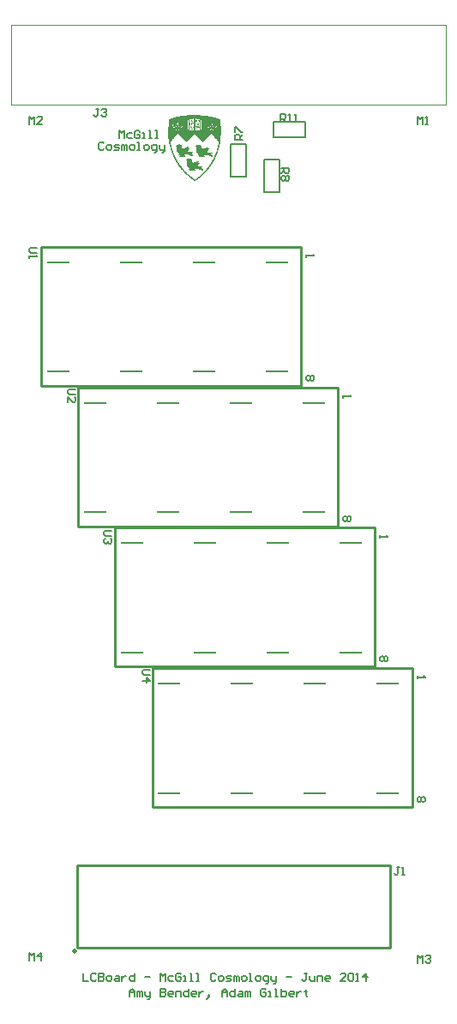
<source format=gto>
%FSLAX24Y24*%
%MOIN*%
G70*
G01*
G75*
G04 Layer_Color=65535*
%ADD10R,0.1000X0.0300*%
%ADD11R,0.0360X0.0320*%
%ADD12R,0.0320X0.0360*%
%ADD13R,0.0118X0.0669*%
%ADD14C,0.0400*%
%ADD15C,0.0060*%
%ADD16C,0.0300*%
%ADD17C,0.0600*%
%ADD18C,0.1260*%
%ADD19C,0.1500*%
%ADD20C,0.0200*%
%ADD21C,0.0550*%
%ADD22C,0.0700*%
%ADD23C,0.1361*%
G04:AMPARAMS|DCode=24|XSize=188.5mil|YSize=188.5mil|CornerRadius=0mil|HoleSize=0mil|Usage=FLASHONLY|Rotation=0.000|XOffset=0mil|YOffset=0mil|HoleType=Round|Shape=Relief|Width=10mil|Gap=10mil|Entries=4|*
%AMTHD24*
7,0,0,0.1885,0.1685,0.0100,45*
%
%ADD24THD24*%
%ADD25C,0.0500*%
%ADD26C,0.0200*%
%ADD27C,0.0197*%
%ADD28C,0.0100*%
%ADD29C,0.0010*%
%ADD30C,0.0080*%
%ADD31C,0.0039*%
%ADD32C,0.0050*%
%ADD33R,0.0900X0.0100*%
D15*
X-7900Y23750D02*
X-7950Y23800D01*
X-8050D01*
X-8100Y23750D01*
Y23550D01*
X-8050Y23500D01*
X-7950D01*
X-7900Y23550D01*
X-7750Y23500D02*
X-7650D01*
X-7600Y23550D01*
Y23650D01*
X-7650Y23700D01*
X-7750D01*
X-7800Y23650D01*
Y23550D01*
X-7750Y23500D01*
X-7500D02*
X-7350D01*
X-7300Y23550D01*
X-7350Y23600D01*
X-7450D01*
X-7500Y23650D01*
X-7450Y23700D01*
X-7300D01*
X-7200Y23500D02*
Y23700D01*
X-7150D01*
X-7100Y23650D01*
Y23500D01*
Y23650D01*
X-7050Y23700D01*
X-7000Y23650D01*
Y23500D01*
X-6850D02*
X-6750D01*
X-6700Y23550D01*
Y23650D01*
X-6750Y23700D01*
X-6850D01*
X-6900Y23650D01*
Y23550D01*
X-6850Y23500D01*
X-6600D02*
X-6501D01*
X-6550D01*
Y23800D01*
X-6600D01*
X-6301Y23500D02*
X-6201D01*
X-6151Y23550D01*
Y23650D01*
X-6201Y23700D01*
X-6301D01*
X-6351Y23650D01*
Y23550D01*
X-6301Y23500D01*
X-5951Y23400D02*
X-5901D01*
X-5851Y23450D01*
Y23700D01*
X-6001D01*
X-6051Y23650D01*
Y23550D01*
X-6001Y23500D01*
X-5851D01*
X-5751Y23700D02*
Y23550D01*
X-5701Y23500D01*
X-5551D01*
Y23450D01*
X-5601Y23400D01*
X-5651D01*
X-5551Y23500D02*
Y23700D01*
X-7300Y23950D02*
Y24250D01*
X-7200Y24150D01*
X-7100Y24250D01*
Y23950D01*
X-6800Y24150D02*
X-6950D01*
X-7000Y24100D01*
Y24000D01*
X-6950Y23950D01*
X-6800D01*
X-6500Y24200D02*
X-6550Y24250D01*
X-6650D01*
X-6700Y24200D01*
Y24000D01*
X-6650Y23950D01*
X-6550D01*
X-6500Y24000D01*
Y24100D01*
X-6600D01*
X-6400Y23950D02*
X-6300D01*
X-6350D01*
Y24150D01*
X-6400D01*
X-6150Y23950D02*
X-6050D01*
X-6100D01*
Y24250D01*
X-6150D01*
X-5900Y23950D02*
X-5800D01*
X-5850D01*
Y24250D01*
X-5900D01*
X-1043Y24600D02*
Y24900D01*
X-893D01*
X-843Y24850D01*
Y24750D01*
X-893Y24700D01*
X-1043D01*
X-943D02*
X-843Y24600D01*
X-743D02*
X-644D01*
X-693D01*
Y24900D01*
X-743Y24850D01*
X-494Y24600D02*
X-394D01*
X-444D01*
Y24900D01*
X-494Y24850D01*
X-2530Y23900D02*
X-2830D01*
Y24050D01*
X-2780Y24100D01*
X-2680D01*
X-2630Y24050D01*
Y23900D01*
Y24000D02*
X-2530Y24100D01*
X-2830Y24200D02*
Y24400D01*
X-2780D01*
X-2580Y24200D01*
X-2530D01*
X-1000Y22800D02*
X-700D01*
Y22650D01*
X-750Y22600D01*
X-850D01*
X-900Y22650D01*
Y22800D01*
Y22700D02*
X-1000Y22600D01*
X-750Y22500D02*
X-700Y22450D01*
Y22350D01*
X-750Y22300D01*
X-800D01*
X-850Y22350D01*
X-900Y22300D01*
X-950D01*
X-1000Y22350D01*
Y22450D01*
X-950Y22500D01*
X-900D01*
X-850Y22450D01*
X-800Y22500D01*
X-750D01*
X-850Y22450D02*
Y22350D01*
X-8100Y25100D02*
X-8200D01*
X-8150D01*
Y24850D01*
X-8200Y24800D01*
X-8250D01*
X-8300Y24850D01*
X-8000Y25050D02*
X-7950Y25100D01*
X-7850D01*
X-7800Y25050D01*
Y25000D01*
X-7850Y24950D01*
X-7900D01*
X-7850D01*
X-7800Y24900D01*
Y24850D01*
X-7850Y24800D01*
X-7950D01*
X-8000Y24850D01*
X3570Y-4370D02*
X3470D01*
X3520D01*
Y-4620D01*
X3470Y-4670D01*
X3420D01*
X3370Y-4620D01*
X3670Y-4670D02*
X3770D01*
X3720D01*
Y-4370D01*
X3670Y-4420D01*
X-10500Y19700D02*
X-10750D01*
X-10800Y19650D01*
Y19550D01*
X-10750Y19500D01*
X-10500D01*
X-10800Y19400D02*
Y19300D01*
Y19350D01*
X-10500D01*
X-10550Y19400D01*
X-6100Y3300D02*
X-6350D01*
X-6400Y3250D01*
Y3150D01*
X-6350Y3100D01*
X-6100D01*
X-6400Y2850D02*
X-6100D01*
X-6250Y3000D01*
Y2800D01*
X-9000Y14200D02*
X-9250D01*
X-9300Y14150D01*
Y14050D01*
X-9250Y14000D01*
X-9000D01*
X-9300Y13700D02*
Y13900D01*
X-9100Y13700D01*
X-9050D01*
X-9000Y13750D01*
Y13850D01*
X-9050Y13900D01*
X-7600Y8700D02*
X-7850D01*
X-7900Y8650D01*
Y8550D01*
X-7850Y8500D01*
X-7600D01*
X-7650Y8400D02*
X-7600Y8350D01*
Y8250D01*
X-7650Y8200D01*
X-7700D01*
X-7750Y8250D01*
Y8300D01*
Y8250D01*
X-7800Y8200D01*
X-7850D01*
X-7900Y8250D01*
Y8350D01*
X-7850Y8400D01*
X4300Y24500D02*
Y24800D01*
X4400Y24700D01*
X4500Y24800D01*
Y24500D01*
X4600D02*
X4700D01*
X4650D01*
Y24800D01*
X4600Y24750D01*
X-10800Y24500D02*
Y24800D01*
X-10700Y24700D01*
X-10600Y24800D01*
Y24500D01*
X-10300D02*
X-10500D01*
X-10300Y24700D01*
Y24750D01*
X-10350Y24800D01*
X-10450D01*
X-10500Y24750D01*
X4300Y-8100D02*
Y-7800D01*
X4400Y-7900D01*
X4500Y-7800D01*
Y-8100D01*
X4600Y-7850D02*
X4650Y-7800D01*
X4750D01*
X4800Y-7850D01*
Y-7900D01*
X4750Y-7950D01*
X4700D01*
X4750D01*
X4800Y-8000D01*
Y-8050D01*
X4750Y-8100D01*
X4650D01*
X4600Y-8050D01*
X-10800Y-8000D02*
Y-7700D01*
X-10700Y-7800D01*
X-10600Y-7700D01*
Y-8000D01*
X-10350D02*
Y-7700D01*
X-10500Y-7850D01*
X-10300D01*
X-8700Y-8500D02*
Y-8800D01*
X-8500D01*
X-8200Y-8550D02*
X-8250Y-8500D01*
X-8350D01*
X-8400Y-8550D01*
Y-8750D01*
X-8350Y-8800D01*
X-8250D01*
X-8200Y-8750D01*
X-8100Y-8500D02*
Y-8800D01*
X-7950D01*
X-7900Y-8750D01*
Y-8700D01*
X-7950Y-8650D01*
X-8100D01*
X-7950D01*
X-7900Y-8600D01*
Y-8550D01*
X-7950Y-8500D01*
X-8100D01*
X-7750Y-8800D02*
X-7650D01*
X-7600Y-8750D01*
Y-8650D01*
X-7650Y-8600D01*
X-7750D01*
X-7800Y-8650D01*
Y-8750D01*
X-7750Y-8800D01*
X-7450Y-8600D02*
X-7350D01*
X-7300Y-8650D01*
Y-8800D01*
X-7450D01*
X-7500Y-8750D01*
X-7450Y-8700D01*
X-7300D01*
X-7200Y-8600D02*
Y-8800D01*
Y-8700D01*
X-7150Y-8650D01*
X-7101Y-8600D01*
X-7051D01*
X-6701Y-8500D02*
Y-8800D01*
X-6851D01*
X-6901Y-8750D01*
Y-8650D01*
X-6851Y-8600D01*
X-6701D01*
X-6301Y-8650D02*
X-6101D01*
X-5701Y-8800D02*
Y-8500D01*
X-5601Y-8600D01*
X-5501Y-8500D01*
Y-8800D01*
X-5201Y-8600D02*
X-5351D01*
X-5401Y-8650D01*
Y-8750D01*
X-5351Y-8800D01*
X-5201D01*
X-4901Y-8550D02*
X-4951Y-8500D01*
X-5051D01*
X-5101Y-8550D01*
Y-8750D01*
X-5051Y-8800D01*
X-4951D01*
X-4901Y-8750D01*
Y-8650D01*
X-5001D01*
X-4801Y-8800D02*
X-4701D01*
X-4751D01*
Y-8600D01*
X-4801D01*
X-4551Y-8800D02*
X-4451D01*
X-4501D01*
Y-8500D01*
X-4551D01*
X-4301Y-8800D02*
X-4201D01*
X-4251D01*
Y-8500D01*
X-4301D01*
X-3552Y-8550D02*
X-3602Y-8500D01*
X-3702D01*
X-3752Y-8550D01*
Y-8750D01*
X-3702Y-8800D01*
X-3602D01*
X-3552Y-8750D01*
X-3402Y-8800D02*
X-3302D01*
X-3252Y-8750D01*
Y-8650D01*
X-3302Y-8600D01*
X-3402D01*
X-3452Y-8650D01*
Y-8750D01*
X-3402Y-8800D01*
X-3152D02*
X-3002D01*
X-2952Y-8750D01*
X-3002Y-8700D01*
X-3102D01*
X-3152Y-8650D01*
X-3102Y-8600D01*
X-2952D01*
X-2852Y-8800D02*
Y-8600D01*
X-2802D01*
X-2752Y-8650D01*
Y-8800D01*
Y-8650D01*
X-2702Y-8600D01*
X-2652Y-8650D01*
Y-8800D01*
X-2502D02*
X-2402D01*
X-2352Y-8750D01*
Y-8650D01*
X-2402Y-8600D01*
X-2502D01*
X-2552Y-8650D01*
Y-8750D01*
X-2502Y-8800D01*
X-2252D02*
X-2152D01*
X-2202D01*
Y-8500D01*
X-2252D01*
X-1952Y-8800D02*
X-1852D01*
X-1802Y-8750D01*
Y-8650D01*
X-1852Y-8600D01*
X-1952D01*
X-2002Y-8650D01*
Y-8750D01*
X-1952Y-8800D01*
X-1602Y-8900D02*
X-1552D01*
X-1502Y-8850D01*
Y-8600D01*
X-1652D01*
X-1702Y-8650D01*
Y-8750D01*
X-1652Y-8800D01*
X-1502D01*
X-1402Y-8600D02*
Y-8750D01*
X-1352Y-8800D01*
X-1202D01*
Y-8850D01*
X-1252Y-8900D01*
X-1302D01*
X-1202Y-8800D02*
Y-8600D01*
X-803Y-8650D02*
X-603D01*
X-3Y-8500D02*
X-103D01*
X-53D01*
Y-8750D01*
X-103Y-8800D01*
X-153D01*
X-203Y-8750D01*
X97Y-8600D02*
Y-8750D01*
X147Y-8800D01*
X297D01*
Y-8600D01*
X397Y-8800D02*
Y-8600D01*
X547D01*
X597Y-8650D01*
Y-8800D01*
X847D02*
X747D01*
X697Y-8750D01*
Y-8650D01*
X747Y-8600D01*
X847D01*
X897Y-8650D01*
Y-8700D01*
X697D01*
X1497Y-8800D02*
X1297D01*
X1497Y-8600D01*
Y-8550D01*
X1447Y-8500D01*
X1347D01*
X1297Y-8550D01*
X1597D02*
X1647Y-8500D01*
X1747D01*
X1797Y-8550D01*
Y-8750D01*
X1747Y-8800D01*
X1647D01*
X1597Y-8750D01*
Y-8550D01*
X1897Y-8800D02*
X1997D01*
X1947D01*
Y-8500D01*
X1897Y-8550D01*
X2296Y-8800D02*
Y-8500D01*
X2146Y-8650D01*
X2346D01*
X-6900Y-9400D02*
Y-9200D01*
X-6800Y-9100D01*
X-6700Y-9200D01*
Y-9400D01*
Y-9250D01*
X-6900D01*
X-6600Y-9400D02*
Y-9200D01*
X-6550D01*
X-6500Y-9250D01*
Y-9400D01*
Y-9250D01*
X-6450Y-9200D01*
X-6400Y-9250D01*
Y-9400D01*
X-6300Y-9200D02*
Y-9350D01*
X-6250Y-9400D01*
X-6100D01*
Y-9450D01*
X-6150Y-9500D01*
X-6200D01*
X-6100Y-9400D02*
Y-9200D01*
X-5700Y-9100D02*
Y-9400D01*
X-5550D01*
X-5500Y-9350D01*
Y-9300D01*
X-5550Y-9250D01*
X-5700D01*
X-5550D01*
X-5500Y-9200D01*
Y-9150D01*
X-5550Y-9100D01*
X-5700D01*
X-5251Y-9400D02*
X-5350D01*
X-5400Y-9350D01*
Y-9250D01*
X-5350Y-9200D01*
X-5251D01*
X-5201Y-9250D01*
Y-9300D01*
X-5400D01*
X-5101Y-9400D02*
Y-9200D01*
X-4951D01*
X-4901Y-9250D01*
Y-9400D01*
X-4601Y-9100D02*
Y-9400D01*
X-4751D01*
X-4801Y-9350D01*
Y-9250D01*
X-4751Y-9200D01*
X-4601D01*
X-4351Y-9400D02*
X-4451D01*
X-4501Y-9350D01*
Y-9250D01*
X-4451Y-9200D01*
X-4351D01*
X-4301Y-9250D01*
Y-9300D01*
X-4501D01*
X-4201Y-9200D02*
Y-9400D01*
Y-9300D01*
X-4151Y-9250D01*
X-4101Y-9200D01*
X-4051D01*
X-3851Y-9450D02*
X-3801Y-9400D01*
Y-9350D01*
X-3851D01*
Y-9400D01*
X-3801D01*
X-3851Y-9450D01*
X-3901Y-9500D01*
X-3301Y-9400D02*
Y-9200D01*
X-3201Y-9100D01*
X-3101Y-9200D01*
Y-9400D01*
Y-9250D01*
X-3301D01*
X-2801Y-9100D02*
Y-9400D01*
X-2951D01*
X-3001Y-9350D01*
Y-9250D01*
X-2951Y-9200D01*
X-2801D01*
X-2651D02*
X-2551D01*
X-2501Y-9250D01*
Y-9400D01*
X-2651D01*
X-2701Y-9350D01*
X-2651Y-9300D01*
X-2501D01*
X-2401Y-9400D02*
Y-9200D01*
X-2351D01*
X-2301Y-9250D01*
Y-9400D01*
Y-9250D01*
X-2252Y-9200D01*
X-2202Y-9250D01*
Y-9400D01*
X-1602Y-9150D02*
X-1652Y-9100D01*
X-1752D01*
X-1802Y-9150D01*
Y-9350D01*
X-1752Y-9400D01*
X-1652D01*
X-1602Y-9350D01*
Y-9250D01*
X-1702D01*
X-1502Y-9400D02*
X-1402D01*
X-1452D01*
Y-9200D01*
X-1502D01*
X-1252Y-9400D02*
X-1152D01*
X-1202D01*
Y-9100D01*
X-1252D01*
X-1002D02*
Y-9400D01*
X-852D01*
X-802Y-9350D01*
Y-9300D01*
Y-9250D01*
X-852Y-9200D01*
X-1002D01*
X-552Y-9400D02*
X-652D01*
X-702Y-9350D01*
Y-9250D01*
X-652Y-9200D01*
X-552D01*
X-502Y-9250D01*
Y-9300D01*
X-702D01*
X-402Y-9200D02*
Y-9400D01*
Y-9300D01*
X-352Y-9250D01*
X-302Y-9200D01*
X-252D01*
X-52Y-9150D02*
Y-9200D01*
X-102D01*
X-2D01*
X-52D01*
Y-9350D01*
X-2Y-9400D01*
D27*
X-9036Y-7645D02*
D03*
D28*
X2635Y3410D02*
Y8610D01*
X-7465Y3410D02*
X2635D01*
X-7465D02*
Y8810D01*
X2635D01*
Y8610D02*
Y8810D01*
X1194Y14070D02*
Y14270D01*
X-8906D02*
X1194D01*
X-8906Y8870D02*
Y14270D01*
Y8870D02*
X1194D01*
Y14070D01*
X4076Y-2050D02*
Y3150D01*
X-6024Y-2050D02*
X4076D01*
X-6024D02*
Y3350D01*
X4076D01*
Y3150D02*
Y3350D01*
X-247Y19530D02*
Y19730D01*
X-10347D02*
X-247D01*
X-10347Y14330D02*
Y19730D01*
Y14330D02*
X-247D01*
Y19530D01*
X3209Y-7527D02*
Y-4298D01*
X-8957Y-7527D02*
Y-4298D01*
Y-7527D02*
X3209D01*
X-8957Y-4298D02*
X3209D01*
D29*
X-4400Y22330D02*
X-4370D01*
X-4380Y22340D02*
X-4350D01*
X-4410D02*
X-4390D01*
X-4360Y22350D02*
X-4340D01*
X-4430D02*
X-4400D01*
X-4350Y22360D02*
X-4320D01*
X-4440D02*
X-4420D01*
X-4340Y22370D02*
X-4310D01*
X-4460D02*
X-4430D01*
X-4320Y22380D02*
X-4300D01*
X-4470D02*
X-4450D01*
X-4310Y22390D02*
X-4280D01*
X-4480D02*
X-4460D01*
X-4300Y22400D02*
X-4270D01*
X-4500D02*
X-4480D01*
X-4280Y22410D02*
X-4260D01*
X-4510D02*
X-4490D01*
X-4270Y22420D02*
X-4240D01*
X-4530D02*
X-4500D01*
X-4260Y22430D02*
X-4230D01*
X-4540D02*
X-4520D01*
X-4250Y22440D02*
X-4220D01*
X-4550D02*
X-4530D01*
X-4230Y22450D02*
X-4210D01*
X-4560D02*
X-4540D01*
X-4220Y22460D02*
X-4200D01*
X-4580D02*
X-4560D01*
X-4210Y22470D02*
X-4180D01*
X-4590D02*
X-4570D01*
X-4190Y22480D02*
X-4170D01*
X-4600D02*
X-4580D01*
X-4180Y22490D02*
X-4160D01*
X-4610D02*
X-4590D01*
X-4170Y22500D02*
X-4150D01*
X-4630D02*
X-4600D01*
X-4160Y22510D02*
X-4140D01*
X-4640D02*
X-4620D01*
X-4150Y22520D02*
X-4130D01*
X-4650D02*
X-4630D01*
X-4140Y22530D02*
X-4110D01*
X-4660D02*
X-4640D01*
X-4130Y22540D02*
X-4100D01*
X-4670D02*
X-4650D01*
X-4120Y22550D02*
X-4090D01*
X-4680D02*
X-4660D01*
X-4110Y22560D02*
X-4080D01*
X-4690D02*
X-4670D01*
X-4090Y22570D02*
X-4070D01*
X-4700D02*
X-4690D01*
X-4080Y22580D02*
X-4060D01*
X-4720D02*
X-4700D01*
X-4070Y22590D02*
X-4050D01*
X-4730D02*
X-4710D01*
X-4060Y22600D02*
X-4040D01*
X-4740D02*
X-4720D01*
X-4050Y22610D02*
X-4030D01*
X-4750D02*
X-4730D01*
X-4040Y22620D02*
X-4020D01*
X-4760D02*
X-4740D01*
X-4030Y22630D02*
X-4010D01*
X-4770D02*
X-4750D01*
X-4020Y22640D02*
X-4000D01*
X-4780D02*
X-4760D01*
X-4020Y22650D02*
X-3990D01*
X-4790D02*
X-4770D01*
X-4010Y22660D02*
X-3980D01*
X-4800D02*
X-4780D01*
X-4000Y22670D02*
X-3970D01*
X-4810D02*
X-4790D01*
X-3990Y22680D02*
X-3960D01*
X-4820D02*
X-4800D01*
X-3980Y22690D02*
X-3960D01*
X-4830D02*
X-4800D01*
X-3970Y22700D02*
X-3950D01*
X-4830D02*
X-4810D01*
X-3960Y22710D02*
X-3940D01*
X-4460D02*
X-4390D01*
X-4570D02*
X-4510D01*
X-4840D02*
X-4820D01*
X-3950Y22720D02*
X-3930D01*
X-4080D02*
X-4070D01*
X-4570D02*
X-4380D01*
X-4850D02*
X-4830D01*
X-3940Y22730D02*
X-3920D01*
X-4100D02*
X-4080D01*
X-4560D02*
X-4390D01*
X-4860D02*
X-4840D01*
X-3930Y22740D02*
X-3910D01*
X-4120D02*
X-4080D01*
X-4560D02*
X-4400D01*
X-4870D02*
X-4850D01*
X-3930Y22750D02*
X-3900D01*
X-4150D02*
X-4090D01*
X-4570D02*
X-4410D01*
X-4880D02*
X-4860D01*
X-3920Y22760D02*
X-3900D01*
X-4170D02*
X-4100D01*
X-4590D02*
X-4420D01*
X-4890D02*
X-4870D01*
X-3910Y22770D02*
X-3890D01*
X-4200D02*
X-4110D01*
X-4600D02*
X-4420D01*
X-4900D02*
X-4880D01*
X-3900Y22780D02*
X-3880D01*
X-4230D02*
X-4110D01*
X-4580D02*
X-4400D01*
X-4900D02*
X-4880D01*
X-3890Y22790D02*
X-3870D01*
X-4570D02*
X-4120D01*
X-4910D02*
X-4890D01*
X-3880Y22800D02*
X-3860D01*
X-4570D02*
X-4130D01*
X-4920D02*
X-4900D01*
X-3880Y22810D02*
X-3860D01*
X-4580D02*
X-4140D01*
X-4930D02*
X-4910D01*
X-3870Y22820D02*
X-3850D01*
X-4590D02*
X-4150D01*
X-4940D02*
X-4910D01*
X-3860Y22830D02*
X-3840D01*
X-4610D02*
X-4140D01*
X-4940D02*
X-4920D01*
X-3850Y22840D02*
X-3830D01*
X-4620D02*
X-4130D01*
X-4950D02*
X-4930D01*
X-3850Y22850D02*
X-3830D01*
X-4630D02*
X-4110D01*
X-4960D02*
X-4940D01*
X-3840Y22860D02*
X-3820D01*
X-4170D02*
X-4100D01*
X-4640D02*
X-4230D01*
X-4970D02*
X-4950D01*
X-3830Y22870D02*
X-3810D01*
X-4660D02*
X-4260D01*
X-4970D02*
X-4950D01*
X-3820Y22880D02*
X-3800D01*
X-4660D02*
X-4280D01*
X-4980D02*
X-4960D01*
X-3820Y22890D02*
X-3800D01*
X-4670D02*
X-4280D01*
X-4990D02*
X-4970D01*
X-3810Y22900D02*
X-3790D01*
X-4680D02*
X-4290D01*
X-5000D02*
X-4970D01*
X-3800Y22910D02*
X-3780D01*
X-4680D02*
X-4290D01*
X-5000D02*
X-4980D01*
X-3800Y22920D02*
X-3780D01*
X-4690D02*
X-4300D01*
X-5010D02*
X-4990D01*
X-3790Y22930D02*
X-3770D01*
X-4690D02*
X-4290D01*
X-5020D02*
X-5000D01*
X-3780Y22940D02*
X-3760D01*
X-4690D02*
X-4270D01*
X-5020D02*
X-5000D01*
X-3780Y22950D02*
X-3760D01*
X-4690D02*
X-4260D01*
X-5030D02*
X-5010D01*
X-3770Y22960D02*
X-3750D01*
X-4690D02*
X-4250D01*
X-5040D02*
X-5020D01*
X-3760Y22970D02*
X-3740D01*
X-4690D02*
X-4240D01*
X-5040D02*
X-5020D01*
X-3760Y22980D02*
X-3740D01*
X-4690D02*
X-4240D01*
X-5050D02*
X-5030D01*
X-3750Y22990D02*
X-3730D01*
X-4690D02*
X-4230D01*
X-5060D02*
X-5040D01*
X-3740Y23000D02*
X-3720D01*
X-4680D02*
X-4230D01*
X-5060D02*
X-5040D01*
X-3740Y23010D02*
X-3720D01*
X-4420D02*
X-4270D01*
X-4680D02*
X-4470D01*
X-5070D02*
X-5050D01*
X-3730Y23020D02*
X-3710D01*
X-4380D02*
X-4270D01*
X-4680D02*
X-4490D01*
X-5070D02*
X-5050D01*
X-3720Y23030D02*
X-3700D01*
X-4360D02*
X-4270D01*
X-4670D02*
X-4500D01*
X-5080D02*
X-5060D01*
X-3720Y23040D02*
X-3700D01*
X-4330D02*
X-4260D01*
X-4670D02*
X-4510D01*
X-5090D02*
X-5070D01*
X-3710Y23050D02*
X-3690D01*
X-4310D02*
X-4260D01*
X-4680D02*
X-4510D01*
X-5090D02*
X-5070D01*
X-3710Y23060D02*
X-3690D01*
X-4290D02*
X-4250D01*
X-4690D02*
X-4510D01*
X-5100D02*
X-5080D01*
X-3700Y23070D02*
X-3680D01*
X-4260D02*
X-4250D01*
X-4690D02*
X-4510D01*
X-5100D02*
X-5080D01*
X-3700Y23080D02*
X-3680D01*
X-4680D02*
X-4510D01*
X-5110D02*
X-5090D01*
X-3690Y23090D02*
X-3670D01*
X-4680D02*
X-4510D01*
X-5110D02*
X-5100D01*
X-3680Y23100D02*
X-3660D01*
X-4680D02*
X-4510D01*
X-5120D02*
X-5100D01*
X-3680Y23110D02*
X-3660D01*
X-4700D02*
X-4510D01*
X-5130D02*
X-5110D01*
X-3670Y23120D02*
X-3650D01*
X-4610D02*
X-4520D01*
X-4700D02*
X-4630D01*
X-5130D02*
X-5110D01*
X-3670Y23130D02*
X-3650D01*
X-4610D02*
X-4530D01*
X-4670D02*
X-4630D01*
X-5140D02*
X-5120D01*
X-3660Y23140D02*
X-3640D01*
X-4670D02*
X-4540D01*
X-5140D02*
X-5120D01*
X-3660Y23150D02*
X-3640D01*
X-4660D02*
X-4550D01*
X-5150D02*
X-5130D01*
X-3650Y23160D02*
X-3630D01*
X-4630D02*
X-4580D01*
X-5150D02*
X-5130D01*
X-3650Y23170D02*
X-3630D01*
X-5160D02*
X-5140D01*
X-3640Y23180D02*
X-3620D01*
X-5160D02*
X-5150D01*
X-3640Y23190D02*
X-3620D01*
X-5170D02*
X-5150D01*
X-3630Y23200D02*
X-3610D01*
X-5170D02*
X-5150D01*
X-3630Y23210D02*
X-3610D01*
X-5180D02*
X-5160D01*
X-3620Y23220D02*
X-3600D01*
X-5180D02*
X-5160D01*
X-3620Y23230D02*
X-3600D01*
X-5190D02*
X-5170D01*
X-3610Y23240D02*
X-3590D01*
X-4070D02*
X-4040D01*
X-4200D02*
X-4160D01*
X-5190D02*
X-5170D01*
X-3610Y23250D02*
X-3590D01*
X-4110D02*
X-4020D01*
X-4210D02*
X-4130D01*
X-5200D02*
X-5180D01*
X-3600Y23260D02*
X-3590D01*
X-3720D02*
X-3710D01*
X-4200D02*
X-4020D01*
X-4850D02*
X-4790D01*
X-4970D02*
X-4910D01*
X-5200D02*
X-5180D01*
X-3600Y23270D02*
X-3580D01*
X-3740D02*
X-3710D01*
X-4190D02*
X-4030D01*
X-4880D02*
X-4780D01*
X-4960D02*
X-4890D01*
X-5200D02*
X-5190D01*
X-3600Y23280D02*
X-3580D01*
X-3770D02*
X-3720D01*
X-4200D02*
X-4040D01*
X-4490D02*
X-4470D01*
X-4950D02*
X-4780D01*
X-5210D02*
X-5190D01*
X-3590Y23290D02*
X-3570D01*
X-3790D02*
X-3730D01*
X-4220D02*
X-4050D01*
X-4510D02*
X-4480D01*
X-4950D02*
X-4790D01*
X-5210D02*
X-5200D01*
X-3590Y23300D02*
X-3570D01*
X-3820D02*
X-3740D01*
X-4230D02*
X-4060D01*
X-4540D02*
X-4480D01*
X-4960D02*
X-4810D01*
X-5220D02*
X-5200D01*
X-3580Y23310D02*
X-3560D01*
X-3850D02*
X-3740D01*
X-4240D02*
X-4060D01*
X-4560D02*
X-4490D01*
X-4980D02*
X-4820D01*
X-5220D02*
X-5210D01*
X-3580Y23320D02*
X-3560D01*
X-3890D02*
X-3750D01*
X-4210D02*
X-4010D01*
X-4590D02*
X-4500D01*
X-5000D02*
X-4820D01*
X-5230D02*
X-5210D01*
X-3570Y23330D02*
X-3560D01*
X-4210D02*
X-3760D01*
X-4620D02*
X-4510D01*
X-4980D02*
X-4800D01*
X-5230D02*
X-5210D01*
X-3570Y23340D02*
X-3550D01*
X-4210D02*
X-3770D01*
X-4680D02*
X-4510D01*
X-4970D02*
X-4740D01*
X-5230D02*
X-5220D01*
X-3570Y23350D02*
X-3550D01*
X-4220D02*
X-3780D01*
X-4970D02*
X-4520D01*
X-5240D02*
X-5220D01*
X-3560Y23360D02*
X-3540D01*
X-4230D02*
X-3780D01*
X-4980D02*
X-4530D01*
X-5240D02*
X-5230D01*
X-3560Y23370D02*
X-3540D01*
X-4250D02*
X-3770D01*
X-4990D02*
X-4540D01*
X-5250D02*
X-5230D01*
X-3550Y23380D02*
X-3540D01*
X-4260D02*
X-3760D01*
X-5000D02*
X-4540D01*
X-5250D02*
X-5240D01*
X-3550Y23390D02*
X-3530D01*
X-4270D02*
X-3740D01*
X-5010D02*
X-4530D01*
X-5250D02*
X-5240D01*
X-3550Y23400D02*
X-3530D01*
X-3770D02*
X-3730D01*
X-4290D02*
X-3880D01*
X-5030D02*
X-4510D01*
X-5260D02*
X-5240D01*
X-3540Y23410D02*
X-3520D01*
X-4300D02*
X-3900D01*
X-5040D02*
X-4490D01*
X-5260D02*
X-5250D01*
X-3540Y23420D02*
X-3520D01*
X-4300D02*
X-3910D01*
X-4500D02*
X-4480D01*
X-5050D02*
X-4650D01*
X-5270D02*
X-5250D01*
X-3540Y23430D02*
X-3520D01*
X-4310D02*
X-3920D01*
X-5060D02*
X-4670D01*
X-5270D02*
X-5250D01*
X-3530Y23440D02*
X-3510D01*
X-4320D02*
X-3930D01*
X-5070D02*
X-4680D01*
X-5270D02*
X-5260D01*
X-3530Y23450D02*
X-3510D01*
X-4320D02*
X-3930D01*
X-5070D02*
X-4680D01*
X-5280D02*
X-5260D01*
X-3530Y23460D02*
X-3510D01*
X-4320D02*
X-3930D01*
X-5080D02*
X-4690D01*
X-5280D02*
X-5270D01*
X-3520Y23470D02*
X-3500D01*
X-4330D02*
X-3920D01*
X-5080D02*
X-4690D01*
X-5280D02*
X-5270D01*
X-3520Y23480D02*
X-3500D01*
X-4330D02*
X-3910D01*
X-5090D02*
X-4680D01*
X-5290D02*
X-5270D01*
X-3520Y23490D02*
X-3500D01*
X-4330D02*
X-3900D01*
X-5090D02*
X-4670D01*
X-5290D02*
X-5280D01*
X-3510Y23500D02*
X-3500D01*
X-4330D02*
X-3890D01*
X-5090D02*
X-4660D01*
X-5290D02*
X-5280D01*
X-3510Y23510D02*
X-3490D01*
X-4330D02*
X-3880D01*
X-5090D02*
X-4650D01*
X-5300D02*
X-5280D01*
X-3510Y23520D02*
X-3490D01*
X-4330D02*
X-3870D01*
X-5090D02*
X-4640D01*
X-5300D02*
X-5290D01*
X-3510Y23530D02*
X-3490D01*
X-4320D02*
X-3870D01*
X-5090D02*
X-4640D01*
X-5300D02*
X-5290D01*
X-3500Y23540D02*
X-3480D01*
X-4320D02*
X-3860D01*
X-5090D02*
X-4630D01*
X-5310D02*
X-5290D01*
X-3500Y23550D02*
X-3480D01*
X-4040D02*
X-3910D01*
X-4320D02*
X-4120D01*
X-5080D02*
X-4620D01*
X-5310D02*
X-5300D01*
X-3500Y23560D02*
X-3480D01*
X-4010D02*
X-3910D01*
X-4310D02*
X-4130D01*
X-4630D02*
X-4620D01*
X-4830D02*
X-4660D01*
X-5080D02*
X-4860D01*
X-5310D02*
X-5300D01*
X-3490Y23570D02*
X-3470D01*
X-3980D02*
X-3900D01*
X-4310D02*
X-4140D01*
X-4780D02*
X-4670D01*
X-5070D02*
X-4880D01*
X-5320D02*
X-5300D01*
X-3490Y23580D02*
X-3470D01*
X-3960D02*
X-3900D01*
X-4310D02*
X-4150D01*
X-4760D02*
X-4660D01*
X-5070D02*
X-4900D01*
X-5320D02*
X-5310D01*
X-3490Y23590D02*
X-3470D01*
X-3940D02*
X-3890D01*
X-4320D02*
X-4150D01*
X-4730D02*
X-4660D01*
X-5070D02*
X-4900D01*
X-5320D02*
X-5310D01*
X-3490Y23600D02*
X-3470D01*
X-3910D02*
X-3880D01*
X-4330D02*
X-4150D01*
X-4710D02*
X-4650D01*
X-5070D02*
X-4910D01*
X-5330D02*
X-5310D01*
X-3480Y23610D02*
X-3460D01*
X-4320D02*
X-4140D01*
X-4690D02*
X-4650D01*
X-5090D02*
X-4910D01*
X-5330D02*
X-5310D01*
X-3480Y23620D02*
X-3460D01*
X-4310D02*
X-4150D01*
X-4660D02*
X-4640D01*
X-5080D02*
X-4900D01*
X-5330D02*
X-5320D01*
X-3480Y23630D02*
X-3460D01*
X-4310D02*
X-4150D01*
X-5080D02*
X-4910D01*
X-5330D02*
X-5320D01*
X-3480Y23640D02*
X-3460D01*
X-4330D02*
X-4150D01*
X-5070D02*
X-4910D01*
X-5340D02*
X-5320D01*
X-3470Y23650D02*
X-3450D01*
X-4250D02*
X-4150D01*
X-4340D02*
X-4270D01*
X-5080D02*
X-4910D01*
X-5340D02*
X-5330D01*
X-3470Y23660D02*
X-3450D01*
X-4240D02*
X-4160D01*
X-4330D02*
X-4270D01*
X-5100D02*
X-4910D01*
X-5340D02*
X-5330D01*
X-3470Y23670D02*
X-3450D01*
X-4250D02*
X-4170D01*
X-4310D02*
X-4270D01*
X-5000D02*
X-4910D01*
X-5090D02*
X-5030D01*
X-5350D02*
X-5330D01*
X-3470Y23680D02*
X-3450D01*
X-4300D02*
X-4180D01*
X-5000D02*
X-4920D01*
X-5070D02*
X-5030D01*
X-5350D02*
X-5330D01*
X-3470Y23690D02*
X-3450D01*
X-4290D02*
X-4200D01*
X-5010D02*
X-4930D01*
X-5060D02*
X-5020D01*
X-5350D02*
X-5340D01*
X-3460Y23700D02*
X-3440D01*
X-5050D02*
X-4940D01*
X-5350D02*
X-5340D01*
X-3460Y23710D02*
X-3440D01*
X-5030D02*
X-4970D01*
X-5360D02*
X-5340D01*
X-3460Y23720D02*
X-3440D01*
X-5360D02*
X-5340D01*
X-3460Y23730D02*
X-3440D01*
X-5360D02*
X-5350D01*
X-3460Y23740D02*
X-3440D01*
X-5360D02*
X-5350D01*
X-3450Y23750D02*
X-3430D01*
X-5370D02*
X-5350D01*
X-3450Y23760D02*
X-3430D01*
X-5370D02*
X-5350D01*
X-3450Y23770D02*
X-3430D01*
X-5370D02*
X-5360D01*
X-3450Y23780D02*
X-3430D01*
X-5370D02*
X-5360D01*
X-3450Y23790D02*
X-3430D01*
X-5370D02*
X-5360D01*
X-3450Y23800D02*
X-3430D01*
X-5380D02*
X-5360D01*
X-3440Y23810D02*
X-3420D01*
X-5380D02*
X-5370D01*
X-3440Y23820D02*
X-3420D01*
X-5380D02*
X-5370D01*
X-3440Y23830D02*
X-3420D01*
X-4090D02*
X-4080D01*
X-5380D02*
X-5360D01*
X-3450Y23840D02*
X-3420D01*
X-4100D02*
X-4070D01*
X-4720D02*
X-4700D01*
X-5380D02*
X-5350D01*
X-3460Y23850D02*
X-3420D01*
X-4110D02*
X-4060D01*
X-4730D02*
X-4690D01*
X-5380D02*
X-5340D01*
X-3470Y23860D02*
X-3420D01*
X-4120D02*
X-4050D01*
X-4740D02*
X-4680D01*
X-5390D02*
X-5330D01*
X-3480Y23870D02*
X-3420D01*
X-4130D02*
X-4040D01*
X-4750D02*
X-4670D01*
X-5390D02*
X-5320D01*
X-3490Y23880D02*
X-3410D01*
X-4140D02*
X-4030D01*
X-4760D02*
X-4660D01*
X-5390D02*
X-5310D01*
X-3500Y23890D02*
X-3410D01*
X-4150D02*
X-4020D01*
X-4770D02*
X-4660D01*
X-5390D02*
X-5300D01*
X-3510Y23900D02*
X-3410D01*
X-4160D02*
X-4020D01*
X-4780D02*
X-4650D01*
X-5390D02*
X-5290D01*
X-3520Y23910D02*
X-3410D01*
X-4170D02*
X-4010D01*
X-4790D02*
X-4640D01*
X-5390D02*
X-5290D01*
X-3530Y23920D02*
X-3410D01*
X-4180D02*
X-4000D01*
X-4800D02*
X-4630D01*
X-5390D02*
X-5280D01*
X-3530Y23930D02*
X-3410D01*
X-4190D02*
X-3990D01*
X-4810D02*
X-4620D01*
X-5390D02*
X-5270D01*
X-3540Y23940D02*
X-3410D01*
X-4200D02*
X-3980D01*
X-4820D02*
X-4610D01*
X-5390D02*
X-5260D01*
X-3550Y23950D02*
X-3410D01*
X-4200D02*
X-3970D01*
X-4830D02*
X-4600D01*
X-5400D02*
X-5250D01*
X-3560Y23960D02*
X-3400D01*
X-4210D02*
X-3960D01*
X-4840D02*
X-4590D01*
X-5400D02*
X-5240D01*
X-3570Y23970D02*
X-3400D01*
X-4220D02*
X-3950D01*
X-4850D02*
X-4580D01*
X-5400D02*
X-5230D01*
X-3580Y23980D02*
X-3400D01*
X-4230D02*
X-3940D01*
X-4860D02*
X-4570D01*
X-5400D02*
X-5220D01*
X-3590Y23990D02*
X-3400D01*
X-4240D02*
X-3930D01*
X-4870D02*
X-4560D01*
X-5400D02*
X-5210D01*
X-3600Y24000D02*
X-3400D01*
X-4250D02*
X-3920D01*
X-4880D02*
X-4550D01*
X-5400D02*
X-5200D01*
X-3610Y24010D02*
X-3400D01*
X-4260D02*
X-3910D01*
X-4890D02*
X-4540D01*
X-5400D02*
X-5190D01*
X-3620Y24020D02*
X-3400D01*
X-4270D02*
X-3900D01*
X-4900D02*
X-4530D01*
X-5400D02*
X-5180D01*
X-3630Y24030D02*
X-3400D01*
X-4280D02*
X-3890D01*
X-4910D02*
X-4530D01*
X-5400D02*
X-5170D01*
X-3630Y24040D02*
X-3400D01*
X-4290D02*
X-3880D01*
X-4920D02*
X-4520D01*
X-5400D02*
X-5170D01*
X-3640Y24050D02*
X-3400D01*
X-4300D02*
X-3870D01*
X-4930D02*
X-4510D01*
X-5400D02*
X-5160D01*
X-3650Y24060D02*
X-3400D01*
X-4310D02*
X-3860D01*
X-4940D02*
X-4500D01*
X-5400D02*
X-5150D01*
X-3660Y24070D02*
X-3400D01*
X-4310D02*
X-3850D01*
X-4950D02*
X-4490D01*
X-5400D02*
X-5140D01*
X-3670Y24080D02*
X-3390D01*
X-4320D02*
X-3840D01*
X-4960D02*
X-4480D01*
X-5400D02*
X-5130D01*
X-3680Y24090D02*
X-3390D01*
X-4330D02*
X-3830D01*
X-4970D02*
X-4470D01*
X-5400D02*
X-5120D01*
X-3690Y24100D02*
X-3390D01*
X-4340D02*
X-3820D01*
X-4980D02*
X-4460D01*
X-5400D02*
X-5110D01*
X-3700Y24110D02*
X-3390D01*
X-4350D02*
X-3810D01*
X-4990D02*
X-4450D01*
X-5400D02*
X-5100D01*
X-3710Y24120D02*
X-3390D01*
X-4360D02*
X-3800D01*
X-5000D02*
X-4440D01*
X-5400D02*
X-5090D01*
X-3720Y24130D02*
X-3390D01*
X-4370D02*
X-3790D01*
X-5010D02*
X-4430D01*
X-5400D02*
X-5080D01*
X-3730Y24140D02*
X-3390D01*
X-4380D02*
X-3780D01*
X-5020D02*
X-4420D01*
X-5400D02*
X-5070D01*
X-3740Y24150D02*
X-3390D01*
X-4390D02*
X-3770D01*
X-5030D02*
X-4410D01*
X-5400D02*
X-5060D01*
X-3740Y24160D02*
X-3390D01*
X-4400D02*
X-3760D01*
X-5040D02*
X-4410D01*
X-5400D02*
X-5060D01*
X-5400Y24170D02*
X-3390D01*
X-5400Y24180D02*
X-3390D01*
X-5400Y24190D02*
X-3390D01*
X-5400Y24200D02*
X-3390D01*
X-5400Y24210D02*
X-3390D01*
X-5400Y24220D02*
X-3390D01*
X-5400Y24230D02*
X-3390D01*
X-5400Y24240D02*
X-3390D01*
X-5400Y24250D02*
X-3390D01*
X-3610Y24260D02*
X-3390D01*
X-4140D02*
X-3830D01*
X-4380D02*
X-4360D01*
X-4440D02*
X-4410D01*
X-4940D02*
X-4660D01*
X-5400D02*
X-5170D01*
X-3590Y24270D02*
X-3390D01*
X-4140D02*
X-3850D01*
X-4380D02*
X-4370D01*
X-4430D02*
X-4420D01*
X-4920D02*
X-4660D01*
X-5400D02*
X-5190D01*
X-3580Y24280D02*
X-3390D01*
X-3600D02*
X-3590D01*
X-4130D02*
X-3840D01*
X-4150D02*
X-4140D01*
X-4380D02*
X-4370D01*
X-4430D02*
X-4420D01*
X-4660D02*
X-4650D01*
X-4920D02*
X-4680D01*
X-5400D02*
X-5180D01*
X-3580Y24290D02*
X-3390D01*
X-3640D02*
X-3630D01*
X-3820D02*
X-3800D01*
X-4130D02*
X-3860D01*
X-4160D02*
X-4150D01*
X-4420D02*
X-4410D01*
X-4640D02*
X-4630D01*
X-4910D02*
X-4680D01*
X-4980D02*
X-4960D01*
X-5160D02*
X-5140D01*
X-5400D02*
X-5190D01*
X-3580Y24300D02*
X-3390D01*
X-3740D02*
X-3710D01*
X-4130D02*
X-3860D01*
X-4190D02*
X-4160D01*
X-4400D02*
X-4390D01*
X-4630D02*
X-4610D01*
X-4910D02*
X-4680D01*
X-5080D02*
X-5050D01*
X-5400D02*
X-5200D01*
X-3570Y24310D02*
X-3390D01*
X-3610D02*
X-3590D01*
X-3850D02*
X-3840D01*
X-4130D02*
X-3870D01*
X-4180D02*
X-4170D01*
X-4310D02*
X-4300D01*
X-4410D02*
X-4380D01*
X-4500D02*
X-4480D01*
X-4630D02*
X-4620D01*
X-4910D02*
X-4680D01*
X-4940D02*
X-4930D01*
X-5180D02*
X-5170D01*
X-5400D02*
X-5200D01*
X-3570Y24320D02*
X-3390D01*
X-3610D02*
X-3590D01*
X-3860D02*
X-3830D01*
X-4130D02*
X-3870D01*
X-4180D02*
X-4170D01*
X-4400D02*
X-4390D01*
X-4630D02*
X-4620D01*
X-4900D02*
X-4680D01*
X-4950D02*
X-4920D01*
X-5190D02*
X-5160D01*
X-5400D02*
X-5210D01*
X-3560Y24330D02*
X-3390D01*
X-3610D02*
X-3590D01*
X-3670D02*
X-3650D01*
X-3730D02*
X-3710D01*
X-3800D02*
X-3770D01*
X-3850D02*
X-3830D01*
X-4130D02*
X-3880D01*
X-4180D02*
X-4170D01*
X-4400D02*
X-4390D01*
X-4630D02*
X-4620D01*
X-4900D02*
X-4680D01*
X-4950D02*
X-4930D01*
X-5010D02*
X-4980D01*
X-5070D02*
X-5050D01*
X-5130D02*
X-5110D01*
X-5190D02*
X-5170D01*
X-5400D02*
X-5210D01*
X-3560Y24340D02*
X-3390D01*
X-3670D02*
X-3650D01*
X-3740D02*
X-3710D01*
X-3800D02*
X-3770D01*
X-4130D02*
X-3880D01*
X-4180D02*
X-4170D01*
X-4400D02*
X-4390D01*
X-4630D02*
X-4620D01*
X-4900D02*
X-4680D01*
X-5010D02*
X-4980D01*
X-5070D02*
X-5040D01*
X-5130D02*
X-5110D01*
X-5400D02*
X-5220D01*
X-3560Y24350D02*
X-3390D01*
X-3730D02*
X-3720D01*
X-4130D02*
X-3880D01*
X-4180D02*
X-4170D01*
X-4400D02*
X-4390D01*
X-4630D02*
X-4620D01*
X-4900D02*
X-4680D01*
X-5060D02*
X-5050D01*
X-5400D02*
X-5220D01*
X-3590Y24360D02*
X-3390D01*
X-4130D02*
X-3860D01*
X-4180D02*
X-4170D01*
X-4400D02*
X-4390D01*
X-4630D02*
X-4620D01*
X-4920D02*
X-4680D01*
X-5400D02*
X-5190D01*
X-3550Y24370D02*
X-3390D01*
X-3650D02*
X-3600D01*
X-3860D02*
X-3800D01*
X-4130D02*
X-3900D01*
X-4180D02*
X-4170D01*
X-4400D02*
X-4390D01*
X-4630D02*
X-4620D01*
X-4880D02*
X-4680D01*
X-4980D02*
X-4940D01*
X-5200D02*
X-5130D01*
X-5400D02*
X-5240D01*
X-3540Y24380D02*
X-3390D01*
X-3770D02*
X-3690D01*
X-4130D02*
X-3910D01*
X-4180D02*
X-4170D01*
X-4400D02*
X-4390D01*
X-4630D02*
X-4620D01*
X-4880D02*
X-4680D01*
X-5100D02*
X-5030D01*
X-5400D02*
X-5240D01*
X-3540Y24390D02*
X-3390D01*
X-4130D02*
X-3910D01*
X-4180D02*
X-4170D01*
X-4280D02*
X-4270D01*
X-4400D02*
X-4390D01*
X-4460D02*
X-4450D01*
X-4520D02*
X-4510D01*
X-4550D02*
X-4540D01*
X-4630D02*
X-4620D01*
X-4870D02*
X-4680D01*
X-5400D02*
X-5250D01*
X-3530Y24400D02*
X-3390D01*
X-3640D02*
X-3620D01*
X-3830D02*
X-3800D01*
X-4130D02*
X-3920D01*
X-4180D02*
X-4170D01*
X-4240D02*
X-4230D01*
X-4310D02*
X-4300D01*
X-4400D02*
X-4390D01*
X-4550D02*
X-4540D01*
X-4630D02*
X-4620D01*
X-4870D02*
X-4680D01*
X-4980D02*
X-4950D01*
X-5160D02*
X-5140D01*
X-5400D02*
X-5250D01*
X-3530Y24410D02*
X-3390D01*
X-3640D02*
X-3630D01*
X-3750D02*
X-3700D01*
X-3820D02*
X-3800D01*
X-4130D02*
X-3920D01*
X-4180D02*
X-4170D01*
X-4280D02*
X-4270D01*
X-4310D02*
X-4300D01*
X-4400D02*
X-4390D01*
X-4550D02*
X-4540D01*
X-4630D02*
X-4620D01*
X-4860D02*
X-4680D01*
X-4980D02*
X-4960D01*
X-5080D02*
X-5040D01*
X-5150D02*
X-5140D01*
X-5390D02*
X-5260D01*
X-3520Y24420D02*
X-3390D01*
X-3740D02*
X-3710D01*
X-4130D02*
X-3930D01*
X-4180D02*
X-4170D01*
X-4250D02*
X-4240D01*
X-4310D02*
X-4300D01*
X-4400D02*
X-4390D01*
X-4550D02*
X-4540D01*
X-4630D02*
X-4620D01*
X-4860D02*
X-4680D01*
X-5080D02*
X-5040D01*
X-5390D02*
X-5260D01*
X-3520Y24430D02*
X-3400D01*
X-3610D02*
X-3570D01*
X-3740D02*
X-3710D01*
X-3880D02*
X-3830D01*
X-4130D02*
X-3930D01*
X-4180D02*
X-4170D01*
X-4320D02*
X-4310D01*
X-4340D02*
X-4330D01*
X-4400D02*
X-4390D01*
X-4550D02*
X-4540D01*
X-4630D02*
X-4620D01*
X-4850D02*
X-4680D01*
X-4950D02*
X-4900D01*
X-5070D02*
X-5050D01*
X-5220D02*
X-5170D01*
X-5390D02*
X-5260D01*
X-3510Y24440D02*
X-3400D01*
X-3620D02*
X-3550D01*
X-3730D02*
X-3720D01*
X-3890D02*
X-3830D01*
X-4130D02*
X-3930D01*
X-4180D02*
X-4170D01*
X-4400D02*
X-4390D01*
X-4630D02*
X-4620D01*
X-4850D02*
X-4680D01*
X-4960D02*
X-4890D01*
X-5070D02*
X-5050D01*
X-5230D02*
X-5160D01*
X-5390D02*
X-5270D01*
X-3510Y24450D02*
X-3400D01*
X-3670D02*
X-3550D01*
X-3730D02*
X-3720D01*
X-3900D02*
X-3780D01*
X-4130D02*
X-3940D01*
X-4180D02*
X-4170D01*
X-4400D02*
X-4390D01*
X-4630D02*
X-4620D01*
X-4840D02*
X-4680D01*
X-5010D02*
X-4880D01*
X-5230D02*
X-5120D01*
X-5390D02*
X-5270D01*
X-3500Y24460D02*
X-3400D01*
X-3690D02*
X-3550D01*
X-3900D02*
X-3760D01*
X-4130D02*
X-3940D01*
X-4180D02*
X-4170D01*
X-4400D02*
X-4390D01*
X-4630D02*
X-4620D01*
X-4840D02*
X-4680D01*
X-5020D02*
X-4880D01*
X-5230D02*
X-5100D01*
X-5390D02*
X-5280D01*
X-3500Y24470D02*
X-3400D01*
X-3690D02*
X-3550D01*
X-3900D02*
X-3760D01*
X-4130D02*
X-3950D01*
X-4180D02*
X-4170D01*
X-4400D02*
X-4390D01*
X-4630D02*
X-4620D01*
X-4830D02*
X-4680D01*
X-5030D02*
X-4880D01*
X-5230D02*
X-5090D01*
X-5390D02*
X-5280D01*
X-3500Y24480D02*
X-3400D01*
X-3690D02*
X-3550D01*
X-3900D02*
X-3750D01*
X-4130D02*
X-3950D01*
X-4180D02*
X-4170D01*
X-4400D02*
X-4390D01*
X-4630D02*
X-4620D01*
X-4830D02*
X-4680D01*
X-5030D02*
X-4880D01*
X-5230D02*
X-5090D01*
X-5390D02*
X-5290D01*
X-3490Y24490D02*
X-3400D01*
X-3690D02*
X-3560D01*
X-3890D02*
X-3750D01*
X-4130D02*
X-3960D01*
X-4180D02*
X-4170D01*
X-4400D02*
X-4390D01*
X-4630D02*
X-4620D01*
X-4830D02*
X-4680D01*
X-5030D02*
X-4890D01*
X-5220D02*
X-5090D01*
X-5390D02*
X-5290D01*
X-3490Y24500D02*
X-3400D01*
X-3690D02*
X-3570D01*
X-3880D02*
X-3760D01*
X-4130D02*
X-3960D01*
X-4180D02*
X-4170D01*
X-4270D02*
X-4260D01*
X-4400D02*
X-4390D01*
X-4530D02*
X-4520D01*
X-4600D02*
X-4590D01*
X-4630D02*
X-4620D01*
X-4820D02*
X-4680D01*
X-4870D02*
X-4860D01*
X-5020D02*
X-4900D01*
X-5220D02*
X-5090D01*
X-5390D02*
X-5300D01*
X-3480Y24510D02*
X-3400D01*
X-3540D02*
X-3510D01*
X-3680D02*
X-3580D01*
X-3870D02*
X-3760D01*
X-3930D02*
X-3910D01*
X-4130D02*
X-3970D01*
X-4180D02*
X-4170D01*
X-4270D02*
X-4260D01*
X-4400D02*
X-4390D01*
X-4510D02*
X-4500D01*
X-4600D02*
X-4590D01*
X-4630D02*
X-4620D01*
X-4820D02*
X-4680D01*
X-4880D02*
X-4850D01*
X-5020D02*
X-4910D01*
X-5210D02*
X-5100D01*
X-5270D02*
X-5240D01*
X-5390D02*
X-5300D01*
X-3670Y24520D02*
X-3400D01*
X-3880D02*
X-3770D01*
X-3950D02*
X-3890D01*
X-4130D02*
X-3970D01*
X-4180D02*
X-4170D01*
X-4270D02*
X-4260D01*
X-4400D02*
X-4390D01*
X-4600D02*
X-4590D01*
X-4630D02*
X-4620D01*
X-5010D02*
X-4680D01*
X-5210D02*
X-5110D01*
X-5280D02*
X-5230D01*
X-5390D02*
X-5300D01*
X-3660Y24530D02*
X-3400D01*
X-4130D02*
X-3780D01*
X-4180D02*
X-4170D01*
X-4270D02*
X-4260D01*
X-4400D02*
X-4390D01*
X-4600D02*
X-4590D01*
X-4630D02*
X-4620D01*
X-5000D02*
X-4680D01*
X-5390D02*
X-5120D01*
X-3700Y24540D02*
X-3400D01*
X-4130D02*
X-3750D01*
X-4180D02*
X-4170D01*
X-4400D02*
X-4390D01*
X-4510D02*
X-4500D01*
X-4580D02*
X-4570D01*
X-4600D02*
X-4590D01*
X-4630D02*
X-4620D01*
X-5030D02*
X-4680D01*
X-5390D02*
X-5090D01*
X-3700Y24550D02*
X-3400D01*
X-4130D02*
X-3750D01*
X-4180D02*
X-4170D01*
X-4400D02*
X-4390D01*
X-4450D02*
X-4440D01*
X-4480D02*
X-4470D01*
X-4630D02*
X-4620D01*
X-5030D02*
X-4680D01*
X-5390D02*
X-5090D01*
X-3700Y24560D02*
X-3400D01*
X-4130D02*
X-3750D01*
X-4180D02*
X-4170D01*
X-4400D02*
X-4390D01*
X-4630D02*
X-4620D01*
X-5030D02*
X-4680D01*
X-5390D02*
X-5090D01*
X-3700Y24570D02*
X-3400D01*
X-4130D02*
X-3750D01*
X-4180D02*
X-4170D01*
X-4400D02*
X-4390D01*
X-4630D02*
X-4620D01*
X-5030D02*
X-4680D01*
X-5390D02*
X-5090D01*
X-3700Y24580D02*
X-3400D01*
X-4130D02*
X-3750D01*
X-4180D02*
X-4170D01*
X-4400D02*
X-4390D01*
X-4630D02*
X-4620D01*
X-5030D02*
X-4680D01*
X-5390D02*
X-5080D01*
X-3700Y24590D02*
X-3400D01*
X-4130D02*
X-3750D01*
X-4180D02*
X-4170D01*
X-4400D02*
X-4390D01*
X-4630D02*
X-4620D01*
X-5040D02*
X-4680D01*
X-5390D02*
X-5080D01*
X-3710Y24600D02*
X-3400D01*
X-4130D02*
X-3740D01*
X-4180D02*
X-4170D01*
X-4400D02*
X-4390D01*
X-4630D02*
X-4620D01*
X-5040D02*
X-4680D01*
X-5390D02*
X-5080D01*
X-3710Y24610D02*
X-3410D01*
X-4130D02*
X-3740D01*
X-4180D02*
X-4170D01*
X-4220D02*
X-4210D01*
X-4310D02*
X-4300D01*
X-4400D02*
X-4390D01*
X-4630D02*
X-4620D01*
X-5050D02*
X-4680D01*
X-5390D02*
X-5070D01*
X-4130Y24620D02*
X-3410D01*
X-4180D02*
X-4170D01*
X-4220D02*
X-4210D01*
X-4370D02*
X-4360D01*
X-4400D02*
X-4390D01*
X-4500D02*
X-4490D01*
X-4530D02*
X-4520D01*
X-4630D02*
X-4620D01*
X-5390D02*
X-4680D01*
X-4130Y24630D02*
X-3410D01*
X-4180D02*
X-4170D01*
X-4220D02*
X-4210D01*
X-4370D02*
X-4360D01*
X-4400D02*
X-4390D01*
X-4530D02*
X-4520D01*
X-4630D02*
X-4620D01*
X-5390D02*
X-4680D01*
X-4130Y24640D02*
X-3410D01*
X-4180D02*
X-4170D01*
X-4220D02*
X-4210D01*
X-4250D02*
X-4240D01*
X-4310D02*
X-4300D01*
X-4370D02*
X-4360D01*
X-4400D02*
X-4390D01*
X-4530D02*
X-4520D01*
X-4630D02*
X-4620D01*
X-5390D02*
X-4680D01*
X-4130Y24650D02*
X-3410D01*
X-4180D02*
X-4170D01*
X-4340D02*
X-4330D01*
X-4400D02*
X-4390D01*
X-4530D02*
X-4520D01*
X-4630D02*
X-4620D01*
X-5390D02*
X-4680D01*
X-4130Y24660D02*
X-3410D01*
X-4180D02*
X-4170D01*
X-4400D02*
X-4390D01*
X-4630D02*
X-4620D01*
X-5390D02*
X-4680D01*
X-4130Y24670D02*
X-3410D01*
X-4180D02*
X-4170D01*
X-4400D02*
X-4390D01*
X-4630D02*
X-4620D01*
X-5390D02*
X-4680D01*
X-4130Y24680D02*
X-3430D01*
X-4180D02*
X-4170D01*
X-4400D02*
X-4390D01*
X-4630D02*
X-4620D01*
X-5370D02*
X-4680D01*
X-4130Y24690D02*
X-3450D01*
X-4180D02*
X-4170D01*
X-4400D02*
X-4390D01*
X-4630D02*
X-4620D01*
X-5350D02*
X-4670D01*
X-4140Y24700D02*
X-3470D01*
X-4180D02*
X-4170D01*
X-4400D02*
X-4390D01*
X-4630D02*
X-4620D01*
X-5330D02*
X-4650D01*
X-4150Y24710D02*
X-3490D01*
X-4180D02*
X-4170D01*
X-4260D02*
X-4200D01*
X-4400D02*
X-4390D01*
X-4600D02*
X-4540D01*
X-4630D02*
X-4620D01*
X-5300D02*
X-4640D01*
X-4290Y24720D02*
X-3520D01*
X-4400D02*
X-4390D01*
X-5280D02*
X-4510D01*
X-4320Y24730D02*
X-3550D01*
X-4410D02*
X-4390D01*
X-5250D02*
X-4480D01*
X-5230Y24740D02*
X-3570D01*
X-5200Y24750D02*
X-3610D01*
X-5160Y24760D02*
X-3640D01*
X-5130Y24770D02*
X-3680D01*
X-5100Y24780D02*
X-3720D01*
X-5060Y24790D02*
X-3770D01*
X-5010Y24800D02*
X-3820D01*
X-4960Y24810D02*
X-3890D01*
X-4890Y24820D02*
X-3950D01*
X-4810Y24830D02*
X-4050D01*
X-4680Y24840D02*
X-4180D01*
D30*
X-1330Y24000D02*
Y24600D01*
X-70D01*
X-1330Y24000D02*
X-70D01*
Y24600D01*
X-2975Y22470D02*
X-2375D01*
X-2975D02*
Y23730D01*
X-2375Y22470D02*
Y23730D01*
X-2975D02*
X-2375D01*
X-1698Y21870D02*
X-1098D01*
X-1698D02*
Y23130D01*
X-1098Y21870D02*
Y23130D01*
X-1698D02*
X-1098D01*
D31*
X5395Y25250D02*
Y28350D01*
X-11505Y25250D02*
X5395D01*
X-11505D02*
Y28350D01*
X5395D01*
D32*
X2835Y8510D02*
Y8410D01*
Y8460D01*
X3135D01*
X3085Y8510D01*
X2885Y3610D02*
X2835Y3660D01*
Y3760D01*
X2885Y3810D01*
X2935D01*
X2985Y3760D01*
X3035Y3810D01*
X3085D01*
X3135Y3760D01*
Y3660D01*
X3085Y3610D01*
X3035D01*
X2985Y3660D01*
X2935Y3610D01*
X2885D01*
X2985Y3660D02*
Y3760D01*
X1444Y9070D02*
X1394Y9120D01*
Y9220D01*
X1444Y9270D01*
X1494D01*
X1544Y9220D01*
X1594Y9270D01*
X1644D01*
X1694Y9220D01*
Y9120D01*
X1644Y9070D01*
X1594D01*
X1544Y9120D01*
X1494Y9070D01*
X1444D01*
X1544Y9120D02*
Y9220D01*
X1394Y13970D02*
Y13870D01*
Y13920D01*
X1694D01*
X1644Y13970D01*
X4276Y3050D02*
Y2950D01*
Y3000D01*
X4576D01*
X4526Y3050D01*
X4326Y-1850D02*
X4276Y-1800D01*
Y-1700D01*
X4326Y-1650D01*
X4376D01*
X4426Y-1700D01*
X4476Y-1650D01*
X4526D01*
X4576Y-1700D01*
Y-1800D01*
X4526Y-1850D01*
X4476D01*
X4426Y-1800D01*
X4376Y-1850D01*
X4326D01*
X4426Y-1800D02*
Y-1700D01*
X3Y14530D02*
X-47Y14580D01*
Y14680D01*
X3Y14730D01*
X53D01*
X103Y14680D01*
X153Y14730D01*
X203D01*
X253Y14680D01*
Y14580D01*
X203Y14530D01*
X153D01*
X103Y14580D01*
X53Y14530D01*
X3D01*
X103Y14580D02*
Y14680D01*
X-47Y19430D02*
Y19330D01*
Y19380D01*
X253D01*
X203Y19430D01*
D33*
X1685Y3960D02*
D03*
X-1148D02*
D03*
X-3981D02*
D03*
X-6814D02*
D03*
X1685Y8210D02*
D03*
X-1148D02*
D03*
X-3981D02*
D03*
X-6814D02*
D03*
X-8255Y13670D02*
D03*
X-5422D02*
D03*
X-2589D02*
D03*
X244D02*
D03*
X-8255Y9420D02*
D03*
X-5422D02*
D03*
X-2589D02*
D03*
X244D02*
D03*
X3126Y-1500D02*
D03*
X293D02*
D03*
X-2540D02*
D03*
X-5373D02*
D03*
X3126Y2750D02*
D03*
X293D02*
D03*
X-2540D02*
D03*
X-5373D02*
D03*
X-9696Y19130D02*
D03*
X-6863D02*
D03*
X-4030D02*
D03*
X-1197D02*
D03*
X-9696Y14880D02*
D03*
X-6863D02*
D03*
X-4030D02*
D03*
X-1197D02*
D03*
M02*

</source>
